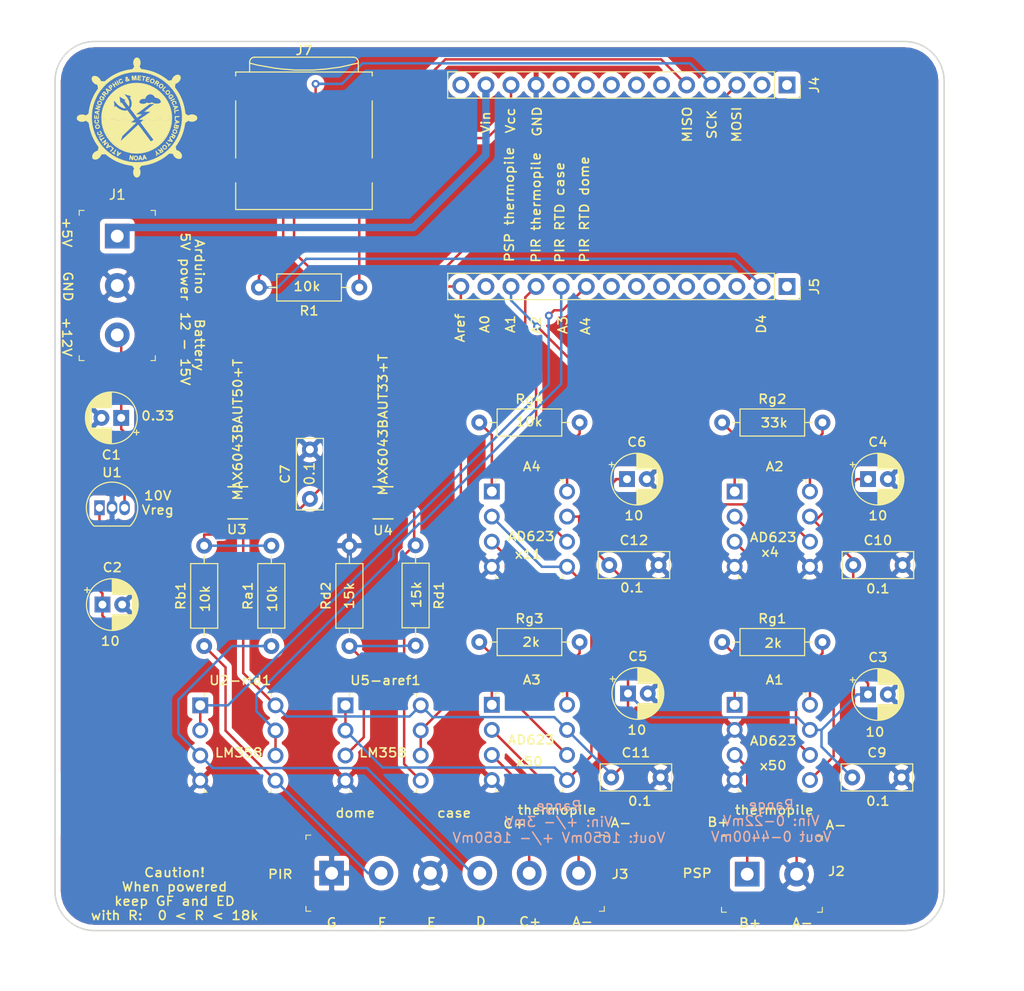
<source format=kicad_pcb>
(kicad_pcb (version 20171130) (host pcbnew "(5.1.7)-1")
  (layers (0 F.Cu signal) (31 B.Cu signal) (34 B.Paste user) (35 F.Paste user) (36 B.SilkS user) (37 F.SilkS user) (38 B.Mask user) (39 F.Mask user) (44 Edge.Cuts user))
  (net 0 "")
  (net 1 "Net-(A1-Pad8)")
  (net 2 Vcc)
  (net 3 "Net-(A1-Pad6)")
  (net 4 "Net-(A1-Pad5)")
  (net 5 GND)
  (net 6 "Net-(A1-Pad3)")
  (net 7 "Net-(A1-Pad1)")
  (net 8 "Net-(A2-Pad1)")
  (net 9 "Net-(A2-Pad6)")
  (net 10 "Net-(A2-Pad8)")
  (net 11 "Net-(A3-Pad1)")
  (net 12 "Net-(A3-Pad2)")
  (net 13 "Net-(A3-Pad3)")
  (net 14 "Net-(A3-Pad5)")
  (net 15 "Net-(A3-Pad6)")
  (net 16 "Net-(A3-Pad8)")
  (net 17 "Net-(A4-Pad8)")
  (net 18 "Net-(A4-Pad6)")
  (net 19 "Net-(A4-Pad1)")
  (net 20 +12V)
  (net 21 "Net-(J4-Pad14)")
  (net 22 "Net-(J4-Pad12)")
  (net 23 "Net-(J4-Pad10)")
  (net 24 "Net-(J4-Pad9)")
  (net 25 "Net-(J4-Pad8)")
  (net 26 "Net-(J4-Pad7)")
  (net 27 "Net-(J4-Pad6)")
  (net 28 "Net-(J4-Pad5)")
  (net 29 "Net-(J4-Pad4)")
  (net 30 "Net-(J4-Pad3)")
  (net 31 "Net-(J4-Pad2)")
  (net 32 "Net-(J4-Pad1)")
  (net 33 "Net-(J5-Pad1)")
  (net 34 "Net-(J5-Pad2)")
  (net 35 "Net-(J5-Pad3)")
  (net 36 "Net-(J5-Pad4)")
  (net 37 "Net-(J5-Pad5)")
  (net 38 "Net-(J5-Pad6)")
  (net 39 "Net-(J5-Pad7)")
  (net 40 "Net-(J5-Pad8)")
  (net 41 "Net-(J5-Pad13)")
  (net 42 "Net-(Ra1-Pad2)")
  (net 43 "Net-(U3-Pad3)")
  (net 44 "Net-(U3-Pad1)")
  (net 45 "Net-(J3-Pad2)")
  (net 46 "Net-(J3-Pad4)")
  (net 47 "Net-(J5-Pad9)")
  (net 48 "Net-(J5-Pad10)")
  (net 49 "Net-(J5-Pad14)")
  (net 50 "Net-(Rd1-Pad1)")
  (net 51 "Net-(Rd1-Pad2)")
  (net 52 "Net-(U4-Pad3)")
  (net 53 "Net-(U4-Pad1)")
  (net 54 "Net-(J7-Pad8)")
  (net 55 "Net-(J7-Pad1)")
  (net 56 +5V)
  (module 00_Mylib:noaa_logo (layer F.Cu) (at -16.1 -219.7)
    (fp_text reference G*** hide)
    (fp_text value LOGO hide)
  )
  (module 00_Mylib:aoml-logo-small (layer F.Cu) (at -53 -262.6)
    (fp_text reference G*** hide)
    (fp_text value LOGO hide)
  )
  (module Connector_Card:microSD_HC_Wuerth_693072010801 (layer F.Cu) (at -36.1 -261.4)
    (fp_text reference J7 (at 0 -7.99) (layer F.SilkS) (effects (font (size 0.9 1) (thickness 0.16))))
    (fp_text value Micro_SD_Card)
    (pad 9 smd rect (at 6.875 -4.15) (size 1.45 2) (layers F.Cu F.Paste F.Mask) (net 5 GND))
    (pad 9 smd rect (at -6.875 -4.15) (size 1.45 2) (layers F.Cu F.Paste F.Mask) (net 5 GND))
    (pad 9 smd rect (at -6.875 4.15) (size 1.45 2) (layers F.Cu F.Paste F.Mask) (net 5 GND))
    (pad 9 smd rect (at 6.875 4.15) (size 1.45 2) (layers F.Cu F.Paste F.Mask) (net 5 GND))
    (pad 8 smd rect (at 4.5 -1.55) (size 0.8 1.5) (layers F.Cu F.Paste F.Mask) (net 54 "Net-(J7-Pad8)"))
    (pad 7 smd rect (at 3.4 -1.55) (size 0.8 1.5) (layers F.Cu F.Paste F.Mask) (net 28 "Net-(J4-Pad5)"))
    (pad 6 smd rect (at 2.3 -1.55) (size 0.8 1.5) (layers F.Cu F.Paste F.Mask) (net 5 GND))
    (pad 5 smd rect (at 1.2 -1.55) (size 0.8 1.5) (layers F.Cu F.Paste F.Mask) (net 29 "Net-(J4-Pad4)"))
    (pad 4 smd rect (at 0.1 -1.55) (size 0.8 1.5) (layers F.Cu F.Paste F.Mask) (net 22 "Net-(J4-Pad12)"))
    (pad 3 smd rect (at -1 -1.55) (size 0.8 1.5) (layers F.Cu F.Paste F.Mask) (net 30 "Net-(J4-Pad3)"))
    (pad 2 smd rect (at -2.1 -1.55) (size 0.8 1.5) (layers F.Cu F.Paste F.Mask) (net 34 "Net-(J5-Pad2)"))
    (pad 1 smd rect (at -3.2 -1.55) (size 0.8 1.5) (layers F.Cu F.Paste F.Mask) (net 55 "Net-(J7-Pad1)"))
  )
  (module digikey-footprints:Term_Block_1x2_P5mm (layer F.Cu) (at 8.77 -186.01)
    (fp_text reference J2 (at 9.03 -0.29) (layer F.SilkS) (effects (font (size 0.9 1) (thickness 0.16))))
    (fp_text value SWR)
    (pad 1 thru_hole rect (at 0 0) (size 2.5 2.5) (drill 1.3) (layers *.Cu *.Mask) (net 6 "Net-(A1-Pad3)"))
    (pad 2 thru_hole circle (at 5 0) (size 2.5 2.5) (drill 1.3) (layers *.Cu *.Mask) (net 5 GND))
  )
  (module digikey-footprints:DIP-8_W7.62mm (layer F.Cu) (at -17.085 -224.745)
    (fp_text reference A4 (at 4.05 -2.52) (layer F.SilkS) (effects (font (size 0.9 1) (thickness 0.16))))
    (fp_text value AD623)
    (pad 8 thru_hole circle (at 7.62 0) (size 1.6 1.6) (drill 1) (layers *.Cu *.Mask) (net 17 "Net-(A4-Pad8)"))
    (pad 7 thru_hole circle (at 7.62 2.54) (size 1.6 1.6) (drill 1) (layers *.Cu *.Mask) (net 2 Vcc))
    (pad 6 thru_hole circle (at 7.62 5.08) (size 1.6 1.6) (drill 1) (layers *.Cu *.Mask) (net 18 "Net-(A4-Pad6)"))
    (pad 5 thru_hole circle (at 7.62 7.62) (size 1.6 1.6) (drill 1) (layers *.Cu *.Mask) (net 14 "Net-(A3-Pad5)"))
    (pad 4 thru_hole circle (at 0 7.62) (size 1.6 1.6) (drill 1) (layers *.Cu *.Mask) (net 5 GND))
    (pad 3 thru_hole circle (at 0 5.08) (size 1.6 1.6) (drill 1) (layers *.Cu *.Mask) (net 15 "Net-(A3-Pad6)"))
    (pad 2 thru_hole circle (at 0 2.54) (size 1.6 1.6) (drill 1) (layers *.Cu *.Mask) (net 14 "Net-(A3-Pad5)"))
    (pad 1 thru_hole rect (at 0 0) (size 1.6 1.6) (drill 1) (layers *.Cu *.Mask) (net 19 "Net-(A4-Pad1)"))
  )
  (module Package_TO_SOT_THT:TO-92_Inline (layer F.Cu) (at -56.8 -223.1)
    (fp_text reference U1 (at 1.27 -3.56) (layer F.SilkS) (effects (font (size 0.9 1) (thickness 0.16))))
    (fp_text value L78L10_TO92)
    (pad 2 thru_hole oval (at 1.27 0) (size 1.05 1.5) (drill 0.75) (layers *.Cu *.Mask) (net 5 GND))
    (pad 3 thru_hole oval (at 2.54 0) (size 1.05 1.5) (drill 0.75) (layers *.Cu *.Mask) (net 20 +12V))
    (pad 1 thru_hole rect (at 0 0) (size 1.05 1.5) (drill 0.75) (layers *.Cu *.Mask) (net 2 Vcc))
  )
  (module 00_Mylib:MAX6043AAUT33-G16 (layer F.Cu) (at -42.8 -223.6)
    (fp_text reference U3 (at -0.1 2.7) (layer F.SilkS) (effects (font (size 0.9 1) (thickness 0.16))))
    (fp_text value MAX6043BAUT50+T (at 0 -7.4 90) (layer F.SilkS) (effects (font (size 0.9 1) (thickness 0.16))))
    (pad 6 smd rect (at 1.36525 -0.950001) (size 0.9779 0.5588) (layers F.Cu F.Paste F.Mask) (net 42 "Net-(Ra1-Pad2)"))
    (pad 5 smd rect (at 1.36525 0) (size 0.9779 0.5588) (layers F.Cu F.Paste F.Mask) (net 42 "Net-(Ra1-Pad2)"))
    (pad 4 smd rect (at 1.36525 0.950001) (size 0.9779 0.5588) (layers F.Cu F.Paste F.Mask) (net 2 Vcc))
    (pad 3 smd rect (at -1.36525 0.950001) (size 0.9779 0.5588) (layers F.Cu F.Paste F.Mask) (net 43 "Net-(U3-Pad3)"))
    (pad 2 smd rect (at -1.36525 0) (size 0.9779 0.5588) (layers F.Cu F.Paste F.Mask) (net 5 GND))
    (pad 1 smd rect (at -1.36525 -0.950001) (size 0.9779 0.5588) (layers F.Cu F.Paste F.Mask) (net 44 "Net-(U3-Pad1)"))
  )
  (module Connector_PinSocket_2.54mm:PinSocket_1x14_P2.54mm_Vertical (layer F.Cu) (at 12.8 -265.9 270)
    (fp_text reference J4 (at 0 -2.77 90) (layer F.SilkS) (effects (font (size 0.9 1) (thickness 0.16))))
    (fp_text value "Arduino right socket")
    (pad 14 thru_hole oval (at 0 33.02 270) (size 1.7 1.7) (drill 1) (layers *.Cu *.Mask) (net 21 "Net-(J4-Pad14)"))
    (pad 13 thru_hole oval (at 0 30.48 270) (size 1.7 1.7) (drill 1) (layers *.Cu *.Mask) (net 56 +5V))
    (pad 12 thru_hole oval (at 0 27.94 270) (size 1.7 1.7) (drill 1) (layers *.Cu *.Mask) (net 22 "Net-(J4-Pad12)"))
    (pad 11 thru_hole oval (at 0 25.4 270) (size 1.7 1.7) (drill 1) (layers *.Cu *.Mask) (net 5 GND))
    (pad 10 thru_hole oval (at 0 22.86 270) (size 1.7 1.7) (drill 1) (layers *.Cu *.Mask) (net 23 "Net-(J4-Pad10)"))
    (pad 9 thru_hole oval (at 0 20.32 270) (size 1.7 1.7) (drill 1) (layers *.Cu *.Mask) (net 24 "Net-(J4-Pad9)"))
    (pad 8 thru_hole oval (at 0 17.78 270) (size 1.7 1.7) (drill 1) (layers *.Cu *.Mask) (net 25 "Net-(J4-Pad8)"))
    (pad 7 thru_hole oval (at 0 15.24 270) (size 1.7 1.7) (drill 1) (layers *.Cu *.Mask) (net 26 "Net-(J4-Pad7)"))
    (pad 6 thru_hole oval (at 0 12.7 270) (size 1.7 1.7) (drill 1) (layers *.Cu *.Mask) (net 27 "Net-(J4-Pad6)"))
    (pad 5 thru_hole oval (at 0 10.16 270) (size 1.7 1.7) (drill 1) (layers *.Cu *.Mask) (net 28 "Net-(J4-Pad5)"))
    (pad 4 thru_hole oval (at 0 7.62 270) (size 1.7 1.7) (drill 1) (layers *.Cu *.Mask) (net 29 "Net-(J4-Pad4)"))
    (pad 3 thru_hole oval (at 0 5.08 270) (size 1.7 1.7) (drill 1) (layers *.Cu *.Mask) (net 30 "Net-(J4-Pad3)"))
    (pad 2 thru_hole oval (at 0 2.54 270) (size 1.7 1.7) (drill 1) (layers *.Cu *.Mask) (net 31 "Net-(J4-Pad2)"))
    (pad 1 thru_hole rect (at 0 0 270) (size 1.7 1.7) (drill 1) (layers *.Cu *.Mask) (net 32 "Net-(J4-Pad1)"))
  )
  (module digikey-footprints:Term_Block_1x6_P5mm (layer F.Cu) (at -33.3 -186.11)
    (fp_text reference J3 (at 29.2 0.11) (layer F.SilkS) (effects (font (size 0.9 1) (thickness 0.16))))
    (fp_text value LWR)
    (pad 1 thru_hole rect (at 0 0) (size 2.5 2.5) (drill 1.3) (layers *.Cu *.Mask) (net 5 GND))
    (pad 2 thru_hole circle (at 5 0) (size 2.5 2.5) (drill 1.3) (layers *.Cu *.Mask) (net 45 "Net-(J3-Pad2)"))
    (pad 3 thru_hole circle (at 10 0) (size 2.5 2.5) (drill 1.3) (layers *.Cu *.Mask) (net 5 GND))
    (pad 4 thru_hole circle (at 15 0) (size 2.5 2.5) (drill 1.3) (layers *.Cu *.Mask) (net 46 "Net-(J3-Pad4)"))
    (pad 5 thru_hole circle (at 20 0) (size 2.5 2.5) (drill 1.3) (layers *.Cu *.Mask) (net 13 "Net-(A3-Pad3)"))
    (pad 6 thru_hole circle (at 25 0) (size 2.5 2.5) (drill 1.3) (layers *.Cu *.Mask) (net 12 "Net-(A3-Pad2)"))
  )
  (module digikey-footprints:DIP-8_W7.62mm (layer F.Cu) (at -17.085 -203.155)
    (fp_text reference A3 (at 4.05 -2.52) (layer F.SilkS) (effects (font (size 0.9 1) (thickness 0.16))))
    (fp_text value AD623)
    (pad 1 thru_hole rect (at 0 0) (size 1.6 1.6) (drill 1) (layers *.Cu *.Mask) (net 11 "Net-(A3-Pad1)"))
    (pad 2 thru_hole circle (at 0 2.54) (size 1.6 1.6) (drill 1) (layers *.Cu *.Mask) (net 12 "Net-(A3-Pad2)"))
    (pad 3 thru_hole circle (at 0 5.08) (size 1.6 1.6) (drill 1) (layers *.Cu *.Mask) (net 13 "Net-(A3-Pad3)"))
    (pad 4 thru_hole circle (at 0 7.62) (size 1.6 1.6) (drill 1) (layers *.Cu *.Mask) (net 5 GND))
    (pad 5 thru_hole circle (at 7.62 7.62) (size 1.6 1.6) (drill 1) (layers *.Cu *.Mask) (net 14 "Net-(A3-Pad5)"))
    (pad 6 thru_hole circle (at 7.62 5.08) (size 1.6 1.6) (drill 1) (layers *.Cu *.Mask) (net 15 "Net-(A3-Pad6)"))
    (pad 7 thru_hole circle (at 7.62 2.54) (size 1.6 1.6) (drill 1) (layers *.Cu *.Mask) (net 2 Vcc))
    (pad 8 thru_hole circle (at 7.62 0) (size 1.6 1.6) (drill 1) (layers *.Cu *.Mask) (net 16 "Net-(A3-Pad8)"))
  )
  (module digikey-footprints:DIP-8_W7.62mm (layer F.Cu) (at 7.5 -203.155)
    (fp_text reference A1 (at 4.05 -2.52) (layer F.SilkS) (effects (font (size 0.9 1) (thickness 0.16))))
    (fp_text value AD623)
    (pad 8 thru_hole circle (at 7.62 0) (size 1.6 1.6) (drill 1) (layers *.Cu *.Mask) (net 1 "Net-(A1-Pad8)"))
    (pad 7 thru_hole circle (at 7.62 2.54) (size 1.6 1.6) (drill 1) (layers *.Cu *.Mask) (net 2 Vcc))
    (pad 6 thru_hole circle (at 7.62 5.08) (size 1.6 1.6) (drill 1) (layers *.Cu *.Mask) (net 3 "Net-(A1-Pad6)"))
    (pad 5 thru_hole circle (at 7.62 7.62) (size 1.6 1.6) (drill 1) (layers *.Cu *.Mask) (net 4 "Net-(A1-Pad5)"))
    (pad 4 thru_hole circle (at 0 7.62) (size 1.6 1.6) (drill 1) (layers *.Cu *.Mask) (net 5 GND))
    (pad 3 thru_hole circle (at 0 5.08) (size 1.6 1.6) (drill 1) (layers *.Cu *.Mask) (net 6 "Net-(A1-Pad3)"))
    (pad 2 thru_hole circle (at 0 2.54) (size 1.6 1.6) (drill 1) (layers *.Cu *.Mask) (net 5 GND))
    (pad 1 thru_hole rect (at 0 0) (size 1.6 1.6) (drill 1) (layers *.Cu *.Mask) (net 7 "Net-(A1-Pad1)"))
  )
  (module digikey-footprints:DIP-8_W7.62mm (layer F.Cu) (at 7.5 -224.745)
    (fp_text reference A2 (at 4.05 -2.52) (layer F.SilkS) (effects (font (size 0.9 1) (thickness 0.16))))
    (fp_text value AD623)
    (pad 1 thru_hole rect (at 0 0) (size 1.6 1.6) (drill 1) (layers *.Cu *.Mask) (net 8 "Net-(A2-Pad1)"))
    (pad 2 thru_hole circle (at 0 2.54) (size 1.6 1.6) (drill 1) (layers *.Cu *.Mask) (net 4 "Net-(A1-Pad5)"))
    (pad 3 thru_hole circle (at 0 5.08) (size 1.6 1.6) (drill 1) (layers *.Cu *.Mask) (net 3 "Net-(A1-Pad6)"))
    (pad 4 thru_hole circle (at 0 7.62) (size 1.6 1.6) (drill 1) (layers *.Cu *.Mask) (net 5 GND))
    (pad 5 thru_hole circle (at 7.62 7.62) (size 1.6 1.6) (drill 1) (layers *.Cu *.Mask) (net 5 GND))
    (pad 6 thru_hole circle (at 7.62 5.08) (size 1.6 1.6) (drill 1) (layers *.Cu *.Mask) (net 9 "Net-(A2-Pad6)"))
    (pad 7 thru_hole circle (at 7.62 2.54) (size 1.6 1.6) (drill 1) (layers *.Cu *.Mask) (net 2 Vcc))
    (pad 8 thru_hole circle (at 7.62 0) (size 1.6 1.6) (drill 1) (layers *.Cu *.Mask) (net 10 "Net-(A2-Pad8)"))
  )
  (module Capacitor_THT:CP_Radial_D5.0mm_P2.00mm (layer F.Cu) (at -54.6 -232.2 180)
    (fp_text reference C1 (at 1 -3.75) (layer F.SilkS) (effects (font (size 0.9 1) (thickness 0.16))))
    (fp_text value 0.33uF)
    (pad 2 thru_hole circle (at 2 0 180) (size 1.6 1.6) (drill 0.8) (layers *.Cu *.Mask) (net 5 GND))
    (pad 1 thru_hole rect (at 0 0 180) (size 1.6 1.6) (drill 0.8) (layers *.Cu *.Mask) (net 20 +12V))
  )
  (module Capacitor_THT:CP_Radial_D5.0mm_P2.00mm (layer F.Cu) (at -56.5 -213.3)
    (fp_text reference C2 (at 1 -3.75) (layer F.SilkS) (effects (font (size 0.9 1) (thickness 0.16))))
    (fp_text value 10uF)
    (pad 1 thru_hole rect (at 0 0) (size 1.6 1.6) (drill 0.8) (layers *.Cu *.Mask) (net 2 Vcc))
    (pad 2 thru_hole circle (at 2 0) (size 1.6 1.6) (drill 0.8) (layers *.Cu *.Mask) (net 5 GND))
  )
  (module Capacitor_THT:CP_Radial_D5.0mm_P2.00mm (layer F.Cu) (at 21 -204.2)
    (fp_text reference C3 (at 1 -3.75) (layer F.SilkS) (effects (font (size 0.9 1) (thickness 0.16))))
    (fp_text value 10uF)
    (pad 1 thru_hole rect (at 0 0) (size 1.6 1.6) (drill 0.8) (layers *.Cu *.Mask) (net 2 Vcc))
    (pad 2 thru_hole circle (at 2 0) (size 1.6 1.6) (drill 0.8) (layers *.Cu *.Mask) (net 5 GND))
  )
  (module Capacitor_THT:CP_Radial_D5.0mm_P2.00mm (layer F.Cu) (at 21 -226)
    (fp_text reference C4 (at 1 -3.75) (layer F.SilkS) (effects (font (size 0.9 1) (thickness 0.16))))
    (fp_text value 10uF)
    (pad 2 thru_hole circle (at 2 0) (size 1.6 1.6) (drill 0.8) (layers *.Cu *.Mask) (net 5 GND))
    (pad 1 thru_hole rect (at 0 0) (size 1.6 1.6) (drill 0.8) (layers *.Cu *.Mask) (net 2 Vcc))
  )
  (module Capacitor_THT:CP_Radial_D5.0mm_P2.00mm (layer F.Cu) (at -3.3 -204.3)
    (fp_text reference C5 (at 1 -3.75) (layer F.SilkS) (effects (font (size 0.9 1) (thickness 0.16))))
    (fp_text value 10uF)
    (pad 1 thru_hole rect (at 0 0) (size 1.6 1.6) (drill 0.8) (layers *.Cu *.Mask) (net 2 Vcc))
    (pad 2 thru_hole circle (at 2 0) (size 1.6 1.6) (drill 0.8) (layers *.Cu *.Mask) (net 5 GND))
  )
  (module Capacitor_THT:CP_Radial_D5.0mm_P2.00mm (layer F.Cu) (at -3.4 -226)
    (fp_text reference C6 (at 1 -3.75) (layer F.SilkS) (effects (font (size 0.9 1) (thickness 0.16))))
    (fp_text value 10uF)
    (pad 2 thru_hole circle (at 2 0) (size 1.6 1.6) (drill 0.8) (layers *.Cu *.Mask) (net 5 GND))
    (pad 1 thru_hole rect (at 0 0) (size 1.6 1.6) (drill 0.8) (layers *.Cu *.Mask) (net 2 Vcc))
  )
  (module Capacitor_THT:C_Rect_L7.0mm_W2.5mm_P5.00mm (layer F.Cu) (at -35.5 -224 90)
    (fp_text reference C7 (at 2.5 -2.5 90) (layer F.SilkS) (effects (font (size 0.9 1) (thickness 0.16))))
    (fp_text value 0.1uF)
    (pad 1 thru_hole circle (at 0 0 90) (size 1.6 1.6) (drill 0.8) (layers *.Cu *.Mask) (net 2 Vcc))
    (pad 2 thru_hole circle (at 5 0 90) (size 1.6 1.6) (drill 0.8) (layers *.Cu *.Mask) (net 5 GND))
  )
  (module Capacitor_THT:C_Rect_L7.0mm_W2.5mm_P5.00mm (layer F.Cu) (at 19.4 -195.8)
    (fp_text reference C9 (at 2.5 -2.5) (layer F.SilkS) (effects (font (size 0.9 1) (thickness 0.16))))
    (fp_text value 0.1uF)
    (pad 1 thru_hole circle (at 0 0) (size 1.6 1.6) (drill 0.8) (layers *.Cu *.Mask) (net 2 Vcc))
    (pad 2 thru_hole circle (at 5 0) (size 1.6 1.6) (drill 0.8) (layers *.Cu *.Mask) (net 5 GND))
  )
  (module Capacitor_THT:C_Rect_L7.0mm_W2.5mm_P5.00mm (layer F.Cu) (at 19.5 -217.3)
    (fp_text reference C10 (at 2.5 -2.5) (layer F.SilkS) (effects (font (size 0.9 1) (thickness 0.16))))
    (fp_text value 0.1uF)
    (pad 2 thru_hole circle (at 5 0) (size 1.6 1.6) (drill 0.8) (layers *.Cu *.Mask) (net 5 GND))
    (pad 1 thru_hole circle (at 0 0) (size 1.6 1.6) (drill 0.8) (layers *.Cu *.Mask) (net 2 Vcc))
  )
  (module Capacitor_THT:C_Rect_L7.0mm_W2.5mm_P5.00mm (layer F.Cu) (at -5 -195.8)
    (fp_text reference C11 (at 2.5 -2.5) (layer F.SilkS) (effects (font (size 0.9 1) (thickness 0.16))))
    (fp_text value 0.1uF)
    (pad 1 thru_hole circle (at 0 0) (size 1.6 1.6) (drill 0.8) (layers *.Cu *.Mask) (net 2 Vcc))
    (pad 2 thru_hole circle (at 5 0) (size 1.6 1.6) (drill 0.8) (layers *.Cu *.Mask) (net 5 GND))
  )
  (module Capacitor_THT:C_Rect_L7.0mm_W2.5mm_P5.00mm (layer F.Cu) (at -5.2 -217.3)
    (fp_text reference C12 (at 2.5 -2.5) (layer F.SilkS) (effects (font (size 0.9 1) (thickness 0.16))))
    (fp_text value 0.1uF)
    (pad 2 thru_hole circle (at 5 0) (size 1.6 1.6) (drill 0.8) (layers *.Cu *.Mask) (net 5 GND))
    (pad 1 thru_hole circle (at 0 0) (size 1.6 1.6) (drill 0.8) (layers *.Cu *.Mask) (net 2 Vcc))
  )
  (module Connector_PinSocket_2.54mm:PinSocket_1x14_P2.54mm_Vertical (layer F.Cu) (at 12.8 -245.5 270)
    (fp_text reference J5 (at 0 -2.77 90) (layer F.SilkS) (effects (font (size 0.9 1) (thickness 0.16))))
    (fp_text value "Arduino analog side")
    (pad 1 thru_hole rect (at 0 0 270) (size 1.7 1.7) (drill 1) (layers *.Cu *.Mask) (net 33 "Net-(J5-Pad1)"))
    (pad 2 thru_hole oval (at 0 2.54 270) (size 1.7 1.7) (drill 1) (layers *.Cu *.Mask) (net 34 "Net-(J5-Pad2)"))
    (pad 3 thru_hole oval (at 0 5.08 270) (size 1.7 1.7) (drill 1) (layers *.Cu *.Mask) (net 35 "Net-(J5-Pad3)"))
    (pad 4 thru_hole oval (at 0 7.62 270) (size 1.7 1.7) (drill 1) (layers *.Cu *.Mask) (net 36 "Net-(J5-Pad4)"))
    (pad 5 thru_hole oval (at 0 10.16 270) (size 1.7 1.7) (drill 1) (layers *.Cu *.Mask) (net 37 "Net-(J5-Pad5)"))
    (pad 6 thru_hole oval (at 0 12.7 270) (size 1.7 1.7) (drill 1) (layers *.Cu *.Mask) (net 38 "Net-(J5-Pad6)"))
    (pad 7 thru_hole oval (at 0 15.24 270) (size 1.7 1.7) (drill 1) (layers *.Cu *.Mask) (net 39 "Net-(J5-Pad7)"))
    (pad 8 thru_hole oval (at 0 17.78 270) (size 1.7 1.7) (drill 1) (layers *.Cu *.Mask) (net 40 "Net-(J5-Pad8)"))
    (pad 9 thru_hole oval (at 0 20.32 270) (size 1.7 1.7) (drill 1) (layers *.Cu *.Mask) (net 47 "Net-(J5-Pad9)"))
    (pad 10 thru_hole oval (at 0 22.86 270) (size 1.7 1.7) (drill 1) (layers *.Cu *.Mask) (net 48 "Net-(J5-Pad10)"))
    (pad 11 thru_hole oval (at 0 25.4 270) (size 1.7 1.7) (drill 1) (layers *.Cu *.Mask) (net 18 "Net-(A4-Pad6)"))
    (pad 12 thru_hole oval (at 0 27.94 270) (size 1.7 1.7) (drill 1) (layers *.Cu *.Mask) (net 9 "Net-(A2-Pad6)"))
    (pad 13 thru_hole oval (at 0 30.48 270) (size 1.7 1.7) (drill 1) (layers *.Cu *.Mask) (net 41 "Net-(J5-Pad13)"))
    (pad 14 thru_hole oval (at 0 33.02 270) (size 1.7 1.7) (drill 1) (layers *.Cu *.Mask) (net 49 "Net-(J5-Pad14)"))
  )
  (module Resistor_THT:R_Axial_DIN0207_L6.3mm_D2.5mm_P10.16mm_Horizontal (layer F.Cu) (at -39.4 -209.1 90)
    (fp_text reference Ra1 (at 5.08 -2.37 90) (layer F.SilkS) (effects (font (size 0.9 1) (thickness 0.16))))
    (fp_text value 10k)
    (pad 2 thru_hole oval (at 10.16 0 90) (size 1.6 1.6) (drill 0.8) (layers *.Cu *.Mask) (net 42 "Net-(Ra1-Pad2)"))
    (pad 1 thru_hole circle (at 0 0 90) (size 1.6 1.6) (drill 0.8) (layers *.Cu *.Mask) (net 46 "Net-(J3-Pad4)"))
  )
  (module Resistor_THT:R_Axial_DIN0207_L6.3mm_D2.5mm_P10.16mm_Horizontal (layer F.Cu) (at -46.2 -209.1 90)
    (fp_text reference Rb1 (at 5.08 -2.37 90) (layer F.SilkS) (effects (font (size 0.9 1) (thickness 0.16))))
    (fp_text value 10k)
    (pad 1 thru_hole circle (at 0 0 90) (size 1.6 1.6) (drill 0.8) (layers *.Cu *.Mask) (net 45 "Net-(J3-Pad2)"))
    (pad 2 thru_hole oval (at 10.16 0 90) (size 1.6 1.6) (drill 0.8) (layers *.Cu *.Mask) (net 42 "Net-(Ra1-Pad2)"))
  )
  (module Resistor_THT:R_Axial_DIN0207_L6.3mm_D2.5mm_P10.16mm_Horizontal (layer F.Cu) (at -24.8 -219.3 270)
    (fp_text reference Rd1 (at 5.08 -2.37 90) (layer F.SilkS) (effects (font (size 0.9 1) (thickness 0.16))))
    (fp_text value 15k)
    (pad 1 thru_hole circle (at 0 0 270) (size 1.6 1.6) (drill 0.8) (layers *.Cu *.Mask) (net 50 "Net-(Rd1-Pad1)"))
    (pad 2 thru_hole oval (at 10.16 0 270) (size 1.6 1.6) (drill 0.8) (layers *.Cu *.Mask) (net 51 "Net-(Rd1-Pad2)"))
  )
  (module Resistor_THT:R_Axial_DIN0207_L6.3mm_D2.5mm_P10.16mm_Horizontal (layer F.Cu) (at -31.5 -209.1 90)
    (fp_text reference Rd2 (at 5.08 -2.37 90) (layer F.SilkS) (effects (font (size 0.9 1) (thickness 0.16))))
    (fp_text value 15k)
    (pad 2 thru_hole oval (at 10.16 0 90) (size 1.6 1.6) (drill 0.8) (layers *.Cu *.Mask) (net 5 GND))
    (pad 1 thru_hole circle (at 0 0 90) (size 1.6 1.6) (drill 0.8) (layers *.Cu *.Mask) (net 51 "Net-(Rd1-Pad2)"))
  )
  (module Resistor_THT:R_Axial_DIN0207_L6.3mm_D2.5mm_P10.16mm_Horizontal (layer F.Cu) (at 6.23 -209.505)
    (fp_text reference Rg1 (at 5.08 -2.37) (layer F.SilkS) (effects (font (size 0.9 1) (thickness 0.16))))
    (fp_text value 2k)
    (pad 1 thru_hole circle (at 0 0) (size 1.6 1.6) (drill 0.8) (layers *.Cu *.Mask) (net 7 "Net-(A1-Pad1)"))
    (pad 2 thru_hole oval (at 10.16 0) (size 1.6 1.6) (drill 0.8) (layers *.Cu *.Mask) (net 1 "Net-(A1-Pad8)"))
  )
  (module Resistor_THT:R_Axial_DIN0207_L6.3mm_D2.5mm_P10.16mm_Horizontal (layer F.Cu) (at 6.23 -231.73)
    (fp_text reference Rg2 (at 5.08 -2.37) (layer F.SilkS) (effects (font (size 0.9 1) (thickness 0.16))))
    (fp_text value 33k)
    (pad 1 thru_hole circle (at 0 0) (size 1.6 1.6) (drill 0.8) (layers *.Cu *.Mask) (net 8 "Net-(A2-Pad1)"))
    (pad 2 thru_hole oval (at 10.16 0) (size 1.6 1.6) (drill 0.8) (layers *.Cu *.Mask) (net 10 "Net-(A2-Pad8)"))
  )
  (module Resistor_THT:R_Axial_DIN0207_L6.3mm_D2.5mm_P10.16mm_Horizontal (layer F.Cu) (at -18.355 -209.505)
    (fp_text reference Rg3 (at 5.08 -2.37) (layer F.SilkS) (effects (font (size 0.9 1) (thickness 0.16))))
    (fp_text value 2k)
    (pad 2 thru_hole oval (at 10.16 0) (size 1.6 1.6) (drill 0.8) (layers *.Cu *.Mask) (net 16 "Net-(A3-Pad8)"))
    (pad 1 thru_hole circle (at 0 0) (size 1.6 1.6) (drill 0.8) (layers *.Cu *.Mask) (net 11 "Net-(A3-Pad1)"))
  )
  (module Resistor_THT:R_Axial_DIN0207_L6.3mm_D2.5mm_P10.16mm_Horizontal (layer F.Cu) (at -18.355 -231.73)
    (fp_text reference Rg4 (at 5.08 -2.37) (layer F.SilkS) (effects (font (size 0.9 1) (thickness 0.16))))
    (fp_text value 10k)
    (pad 2 thru_hole oval (at 10.16 0) (size 1.6 1.6) (drill 0.8) (layers *.Cu *.Mask) (net 17 "Net-(A4-Pad8)"))
    (pad 1 thru_hole circle (at 0 0) (size 1.6 1.6) (drill 0.8) (layers *.Cu *.Mask) (net 19 "Net-(A4-Pad1)"))
  )
  (module 00_Mylib:MAX6043AAUT33-G16 (layer F.Cu) (at -28.1 -223.6)
    (fp_text reference U4 (at 0 2.8) (layer F.SilkS) (effects (font (size 0.9 1) (thickness 0.16))))
    (fp_text value MAX6043BAUT33+T (at 0 -7.9 90) (layer F.SilkS) (effects (font (size 0.9 1) (thickness 0.16))))
    (pad 6 smd rect (at 1.36525 -0.950001) (size 0.9779 0.5588) (layers F.Cu F.Paste F.Mask) (net 50 "Net-(Rd1-Pad1)"))
    (pad 5 smd rect (at 1.36525 0) (size 0.9779 0.5588) (layers F.Cu F.Paste F.Mask) (net 50 "Net-(Rd1-Pad1)"))
    (pad 4 smd rect (at 1.36525 0.950001) (size 0.9779 0.5588) (layers F.Cu F.Paste F.Mask) (net 2 Vcc))
    (pad 3 smd rect (at -1.36525 0.950001) (size 0.9779 0.5588) (layers F.Cu F.Paste F.Mask) (net 52 "Net-(U4-Pad3)"))
    (pad 2 smd rect (at -1.36525 0) (size 0.9779 0.5588) (layers F.Cu F.Paste F.Mask) (net 5 GND))
    (pad 1 smd rect (at -1.36525 -0.950001) (size 0.9779 0.5588) (layers F.Cu F.Paste F.Mask) (net 53 "Net-(U4-Pad1)"))
  )
  (module digikey-footprints:DIP-8_W7.62mm (layer F.Cu) (at -46.6 -203.1)
    (fp_text reference U2-rtd1 (at 4.05 -2.52) (layer F.SilkS) (effects (font (size 0.9 1) (thickness 0.16))))
    (fp_text value LM358P)
    (pad 8 thru_hole circle (at 7.62 0) (size 1.6 1.6) (drill 1) (layers *.Cu *.Mask) (net 2 Vcc))
    (pad 7 thru_hole circle (at 7.62 2.54) (size 1.6 1.6) (drill 1) (layers *.Cu *.Mask) (net 48 "Net-(J5-Pad10)"))
    (pad 6 thru_hole circle (at 7.62 5.08) (size 1.6 1.6) (drill 1) (layers *.Cu *.Mask) (net 48 "Net-(J5-Pad10)"))
    (pad 5 thru_hole circle (at 7.62 7.62) (size 1.6 1.6) (drill 1) (layers *.Cu *.Mask) (net 45 "Net-(J3-Pad2)"))
    (pad 4 thru_hole circle (at 0 7.62) (size 1.6 1.6) (drill 1) (layers *.Cu *.Mask) (net 5 GND))
    (pad 3 thru_hole circle (at 0 5.08) (size 1.6 1.6) (drill 1) (layers *.Cu *.Mask) (net 46 "Net-(J3-Pad4)"))
    (pad 2 thru_hole circle (at 0 2.54) (size 1.6 1.6) (drill 1) (layers *.Cu *.Mask) (net 47 "Net-(J5-Pad9)"))
    (pad 1 thru_hole rect (at 0 0) (size 1.6 1.6) (drill 1) (layers *.Cu *.Mask) (net 47 "Net-(J5-Pad9)"))
  )
  (module digikey-footprints:DIP-8_W7.62mm (layer F.Cu) (at -31.9 -203.1)
    (fp_text reference U5-aref1 (at 4.05 -2.52) (layer F.SilkS) (effects (font (size 0.9 1) (thickness 0.16))))
    (fp_text value LM358P)
    (pad 1 thru_hole rect (at 0 0) (size 1.6 1.6) (drill 1) (layers *.Cu *.Mask) (net 14 "Net-(A3-Pad5)"))
    (pad 2 thru_hole circle (at 0 2.54) (size 1.6 1.6) (drill 1) (layers *.Cu *.Mask) (net 14 "Net-(A3-Pad5)"))
    (pad 3 thru_hole circle (at 0 5.08) (size 1.6 1.6) (drill 1) (layers *.Cu *.Mask) (net 51 "Net-(Rd1-Pad2)"))
    (pad 4 thru_hole circle (at 0 7.62) (size 1.6 1.6) (drill 1) (layers *.Cu *.Mask) (net 5 GND))
    (pad 5 thru_hole circle (at 7.62 7.62) (size 1.6 1.6) (drill 1) (layers *.Cu *.Mask) (net 50 "Net-(Rd1-Pad1)"))
    (pad 6 thru_hole circle (at 7.62 5.08) (size 1.6 1.6) (drill 1) (layers *.Cu *.Mask) (net 49 "Net-(J5-Pad14)"))
    (pad 7 thru_hole circle (at 7.62 2.54) (size 1.6 1.6) (drill 1) (layers *.Cu *.Mask) (net 49 "Net-(J5-Pad14)"))
    (pad 8 thru_hole circle (at 7.62 0) (size 1.6 1.6) (drill 1) (layers *.Cu *.Mask) (net 2 Vcc))
  )
  (module Resistor_THT:R_Axial_DIN0207_L6.3mm_D2.5mm_P10.16mm_Horizontal (layer F.Cu) (at -30.5 -245.4 180)
    (fp_text reference R1 (at 5.08 -2.37) (layer F.SilkS) (effects (font (size 0.9 1) (thickness 0.16))))
    (fp_text value 10k)
    (pad 1 thru_hole circle (at 0 0 180) (size 1.6 1.6) (drill 0.8) (layers *.Cu *.Mask) (net 22 "Net-(J4-Pad12)"))
    (pad 2 thru_hole oval (at 10.16 0 180) (size 1.6 1.6) (drill 0.8) (layers *.Cu *.Mask) (net 34 "Net-(J5-Pad2)"))
  )
  (module digikey-footprints:Term_Block_1x3_P5mm (layer F.Cu) (at -55 -250.6 270)
    (fp_text reference J1 (at -4.2 0) (layer F.SilkS))
    (fp_text value "Power 5V - 12 V")
    (pad 1 thru_hole rect (at 0 0 270) (size 2.5 2.5) (drill 1.3) (layers *.Cu *.Mask) (net 56 +5V))
    (pad 2 thru_hole circle (at 5 0 270) (size 2.5 2.5) (drill 1.3) (layers *.Cu *.Mask) (net 5 GND))
    (pad 3 thru_hole circle (at 10 0 270) (size 2.5 2.5) (drill 1.3) (layers *.Cu *.Mask) (net 20 +12V))
  )
  (gr_text "Caution!\nWhen powered\nkeep GF and ED\nwith R:  0 < R < 18k\n" (at -49.2 -184) (layer F.SilkS) (effects (font (size 0.9 1) (thickness 0.16))))
  (gr_text C+ (at -14.8 -191.1) (layer F.SilkS) (effects (font (size 0.9 1) (thickness 0.16))))
  (gr_text A- (at -4 -191.2) (layer F.SilkS) (effects (font (size 0.9 1) (thickness 0.16))))
  (gr_text B+ (at 5.86 -191.28) (layer F.SilkS) (effects (font (size 0.9 1) (thickness 0.16))))
  (gr_text A- (at 17.76 -190.98) (layer F.SilkS) (effects (font (size 0.9 1) (thickness 0.16))))
  (gr_text 0.1 (at -35.54 -226.56 90) (layer F.SilkS) (effects (font (size 1 1))))
  (gr_text "10V\nVreg" (at -50.9 -223.6) (layer F.SilkS) (effects (font (size 0.9 1) (thickness 0.16))))
  (gr_line (start 28.7 -266.3) (end 28.7 -184.3) (layer Edge.Cuts) (width 0.15))
  (gr_line (start -57.3 -270.3) (end 24.7 -270.3) (layer Edge.Cuts) (width 0.15))
  (gr_line (start -61.3 -184.3) (end -61.3 -266.3) (layer Edge.Cuts) (width 0.15))
  (gr_line (start 24.7 -180.3) (end -57.3 -180.3) (layer Edge.Cuts) (width 0.15))
  (gr_arc (start 24.7 -184.3) (end 24.7 -180.3) (angle -90) (layer Edge.Cuts) (width 0.15))
  (gr_arc (start -57.3 -184.3) (end -61.3 -184.3) (angle -90) (layer Edge.Cuts) (width 0.15))
  (gr_arc (start 24.7 -266.3) (end 28.7 -266.3) (angle -90) (layer Edge.Cuts) (width 0.15))
  (gr_arc (start -57.3 -266.3) (end -57.3 -270.3) (angle -90) (layer Edge.Cuts) (width 0.15))
  (gr_text 10k (at -35.8 -245.5) (layer F.SilkS) (effects (font (size 0.9 1) (thickness 0.16))))
  (gr_text "EPPLEY\nPIR-PSP \nRadiometer r3\n4-2021" (at -60 -193.2) (layer F.Cu) (effects (font (size 0.8 1) (thickness 0.1)) (justify left)))
  (gr_text "Range\nVin: 0-22mV\nVout 0-4400mV" (at 11.2 -191.4) (layer B.SilkS) (effects (font (size 1 1)) (justify mirror)))
  (gr_text "Range\nVin: +/- 3mV\nVout: 1650mV +/- 1650mV\n" (at -10.3 -191.3) (layer B.SilkS) (effects (font (size 1 1)) (justify mirror)))
  (gr_text x11 (at -13.4 -218.4) (layer F.SilkS) (effects (font (size 0.9 1) (thickness 0.16))))
  (gr_text x50 (at -13.3 -197.4) (layer F.SilkS) (effects (font (size 0.9 1) (thickness 0.16))))
  (gr_text x4 (at 11.1 -218.6) (layer F.SilkS) (effects (font (size 0.9 1) (thickness 0.16))))
  (gr_text x50 (at 11.4 -197) (layer F.SilkS) (effects (font (size 0.9 1) (thickness 0.16))))
  (gr_text 10 (at 22 -222.3) (layer F.SilkS) (effects (font (size 0.9 1) (thickness 0.16))))
  (gr_text 0.1 (at 22 -214.9) (layer F.SilkS) (effects (font (size 0.9 1) (thickness 0.16))))
  (gr_text 10 (at 21.7 -200.4) (layer F.SilkS) (effects (font (size 0.9 1) (thickness 0.16))))
  (gr_text 0.1 (at 22 -193.4) (layer F.SilkS) (effects (font (size 0.9 1) (thickness 0.16))))
  (gr_text 10 (at -2.7 -222.3) (layer F.SilkS) (effects (font (size 0.9 1) (thickness 0.16))))
  (gr_text 0.1 (at -2.9 -215) (layer F.SilkS) (effects (font (size 0.9 1) (thickness 0.16))))
  (gr_text 10 (at -2.4 -200.6) (layer F.SilkS) (effects (font (size 0.9 1) (thickness 0.16))))
  (gr_text 0.1 (at -2.1 -193.4) (layer F.SilkS) (effects (font (size 0.9 1) (thickness 0.16))))
  (gr_text 2k (at 11.4 -209.4) (layer F.SilkS) (effects (font (size 0.9 1) (thickness 0.16))))
  (gr_text 2k (at -13.1 -209.5) (layer F.SilkS) (effects (font (size 0.9 1) (thickness 0.16))))
  (gr_text 33k (at 11.5 -231.7) (layer F.SilkS) (effects (font (size 0.9 1) (thickness 0.16))))
  (gr_text 10k (at -13.3 -231.8) (layer F.SilkS) (effects (font (size 0.9 1) (thickness 0.16))))
  (gr_text AD623 (at 11.4 -220.1) (layer F.SilkS) (effects (font (size 0.9 1) (thickness 0.16))))
  (gr_text AD623 (at 11.4 -199.5) (layer F.SilkS) (effects (font (size 0.9 1) (thickness 0.16))))
  (gr_text AD623 (at -13.1 -199.6) (layer F.SilkS) (effects (font (size 0.9 1) (thickness 0.16))))
  (gr_text AD623 (at -13.1 -220.2) (layer F.SilkS) (effects (font (size 0.9 1) (thickness 0.16))))
  (gr_text LM358 (at -28.1 -198.3) (layer F.SilkS) (effects (font (size 0.9 1) (thickness 0.16))))
  (gr_text LM358 (at -42.7 -198.3) (layer F.SilkS) (effects (font (size 0.9 1) (thickness 0.16))))
  (gr_text 15k (at -24.7 -214.3 90) (layer F.SilkS) (effects (font (size 0.9 1) (thickness 0.16))))
  (gr_text 15k (at -31.5 -214.2 90) (layer F.SilkS) (effects (font (size 0.9 1) (thickness 0.16))))
  (gr_text 10k (at -39.3 -213.9 90) (layer F.SilkS) (effects (font (size 0.9 1) (thickness 0.16))))
  (gr_text 10k (at -46.1 -213.9 90) (layer F.SilkS) (effects (font (size 0.9 1) (thickness 0.16))))
  (gr_text 10 (at -55.7 -209.6) (layer F.SilkS) (effects (font (size 0.9 1) (thickness 0.16))))
  (gr_text 0.33 (at -50.9 -232.4) (layer F.SilkS) (effects (font (size 0.9 1) (thickness 0.16))))
  (gr_text MISO (at 2.7 -261.9 90) (layer F.SilkS) (effects (font (size 0.9 1) (thickness 0.16))))
  (gr_text SCK (at 5.2 -261.9 90) (layer F.SilkS) (effects (font (size 0.9 1) (thickness 0.16))))
  (gr_text MOSI (at 7.7 -261.9 90) (layer F.SilkS) (effects (font (size 0.9 1) (thickness 0.16))))
  (gr_text GND (at -60 -245.5 270) (layer F.SilkS) (effects (font (size 0.9 1) (thickness 0.16))))
  (gr_text Vcc (at -15.2 -262.3 90) (layer F.SilkS) (effects (font (size 0.9 1) (thickness 0.16))))
  (gr_text A1 (at -15.2 -241.7 90) (layer F.SilkS) (effects (font (size 0.9 1) (thickness 0.16))))
  (gr_text D4 (at 10.2 -241.7 90) (layer F.SilkS) (effects (font (size 0.9 1) (thickness 0.16))))
  (gr_text "PIR RTD case" (at -10.21 -253 90) (layer F.SilkS) (effects (font (size 0.9 1) (thickness 0.16))))
  (gr_text "PIR RTD dome" (at -7.71 -253.3 90) (layer F.SilkS) (effects (font (size 0.9 1) (thickness 0.16))))
  (gr_text "PIR thermopile" (at -12.61 -253.5 90) (layer F.SilkS) (effects (font (size 0.9 1) (thickness 0.16))))
  (gr_text "PSP thermopile" (at -15.31 -253.8 90) (layer F.SilkS) (effects (font (size 0.9 1) (thickness 0.16))))
  (gr_text A4 (at -7.6 -241.5 90) (layer F.SilkS) (effects (font (size 0.9 1) (thickness 0.16))))
  (gr_text A3 (at -9.9 -241.6 90) (layer F.SilkS) (effects (font (size 0.9 1) (thickness 0.16))))
  (gr_text A2 (at -12.6 -241.6 90) (layer F.SilkS) (effects (font (size 0.9 1) (thickness 0.16))))
  (gr_text A0 (at -17.8 -241.7 90) (layer F.SilkS) (effects (font (size 0.9 1) (thickness 0.16))))
  (gr_text Aref (at -20.3 -241.3 90) (layer F.SilkS) (effects (font (size 0.9 1) (thickness 0.16))))
  (gr_text GND (at -12.5 -262.2 90) (layer F.SilkS) (effects (font (size 0.9 1) (thickness 0.16))))
  (gr_text Vin (at -17.7 -262.1 90) (layer F.SilkS) (effects (font (size 0.9 1) (thickness 0.16))))
  (gr_text +5V (at -60.1 -251 270) (layer F.SilkS) (effects (font (size 0.9 1) (thickness 0.16))))
  (gr_text +12V (at -60.1 -240.4 270) (layer F.SilkS) (effects (font (size 0.9 1) (thickness 0.16))))
  (gr_text "Arduino\n5V power" (at -47.4 -247.5 270) (layer F.SilkS) (effects (font (size 0.9 1) (thickness 0.16))))
  (gr_text "Battery \n12 - 15V" (at -47.4 -239.2 270) (layer F.SilkS) (effects (font (size 0.9 1) (thickness 0.16))))
  (gr_text thermopile (at -10.5 -192.5) (layer F.SilkS) (effects (font (size 0.9 1) (thickness 0.16))))
  (gr_text thermopile (at 11.5 -192.5) (layer F.SilkS) (effects (font (size 0.9 1) (thickness 0.16))))
  (gr_text case (at -20.9 -192.2) (layer F.SilkS) (effects (font (size 0.9 1) (thickness 0.16))))
  (gr_text dome (at -30.9 -192.2) (layer F.SilkS) (effects (font (size 0.9 1) (thickness 0.16))))
  (gr_text G (at -33.3 -181.1) (layer F.SilkS) (effects (font (size 0.9 1) (thickness 0.16))))
  (gr_text F (at -28.2 -181.1) (layer F.SilkS) (effects (font (size 0.9 1) (thickness 0.16))))
  (gr_text E (at -23.2 -181.1) (layer F.SilkS) (effects (font (size 0.9 1) (thickness 0.16))))
  (gr_text D (at -18.2 -181.2) (layer F.SilkS) (effects (font (size 0.9 1) (thickness 0.16))))
  (gr_text C+ (at -13.2 -181.2) (layer F.SilkS) (effects (font (size 0.9 1) (thickness 0.16))))
  (gr_text A- (at -7.9 -181.2) (layer F.SilkS) (effects (font (size 0.9 1) (thickness 0.16))))
  (gr_text PIR (at -38.5 -186) (layer F.SilkS) (effects (font (size 0.9 1) (thickness 0.16))))
  (gr_text A- (at 14.36 -181.08) (layer F.SilkS) (effects (font (size 0.9 1) (thickness 0.16))))
  (gr_text B+ (at 9.06 -181.08) (layer F.SilkS) (effects (font (size 0.9 1) (thickness 0.16))))
  (gr_text PSP (at 3.7 -186.1) (layer F.SilkS) (effects (font (size 0.9 1) (thickness 0.16))))
  (segment (start 15.12 -207.1097) (end 15.12 -203.155) (width 0.25) (layer F.Cu) (net 1))
  (segment (start 16.39 -208.3797) (end 15.12 -207.1097) (width 0.25) (layer F.Cu) (net 1))
  (segment (start 16.39 -209.505) (end 16.39 -208.3797) (width 0.25) (layer F.Cu) (net 1))
  (segment (start -3.4 -226) (end -4.5253 -226) (width 0.25) (layer F.Cu) (net 2))
  (segment (start -3.3 -197.5) (end -3.3 -204.3) (width 0.25) (layer F.Cu) (net 2))
  (segment (start -5 -195.8) (end -3.3 -197.5) (width 0.25) (layer F.Cu) (net 2))
  (segment (start -3.3 -215.4) (end -5.2 -217.3) (width 0.25) (layer F.Cu) (net 2))
  (segment (start -3.3 -204.3) (end -3.3 -215.4) (width 0.25) (layer F.Cu) (net 2))
  (segment (start -8.2414 -220.3414) (end -8.2414 -222.205) (width 0.25) (layer F.Cu) (net 2))
  (segment (start -5.2 -217.3) (end -8.2414 -220.3414) (width 0.25) (layer F.Cu) (net 2))
  (segment (start -4.5253 -225.9211) (end -8.2414 -222.205) (width 0.25) (layer F.Cu) (net 2))
  (segment (start -4.5253 -226) (end -4.5253 -225.9211) (width 0.25) (layer F.Cu) (net 2))
  (segment (start -8.2414 -222.205) (end -9.465 -222.205) (width 0.25) (layer F.Cu) (net 2))
  (segment (start 19.5 -206.8253) (end 19.5 -217.3) (width 0.25) (layer F.Cu) (net 2))
  (segment (start 21 -205.3253) (end 19.5 -206.8253) (width 0.25) (layer F.Cu) (net 2))
  (segment (start 21 -204.2) (end 21 -205.3253) (width 0.25) (layer F.Cu) (net 2))
  (segment (start 21 -226) (end 19.8747 -226) (width 0.25) (layer F.Cu) (net 2))
  (segment (start 15.5999 -221.7252) (end 19.8747 -226) (width 0.25) (layer F.Cu) (net 2))
  (segment (start 19.5 -217.825) (end 15.5999 -221.7252) (width 0.25) (layer F.Cu) (net 2))
  (segment (start 19.5 -217.3) (end 19.5 -217.825) (width 0.25) (layer F.Cu) (net 2))
  (segment (start 15.5999 -221.7252) (end 15.12 -222.205) (width 0.25) (layer F.Cu) (net 2))
  (segment (start -5 -196.15) (end -9.465 -200.615) (width 0.25) (layer B.Cu) (net 2))
  (segment (start -5 -195.8) (end -5 -196.15) (width 0.25) (layer B.Cu) (net 2))
  (segment (start 21 -204.2) (end 19.8747 -204.2) (width 0.25) (layer B.Cu) (net 2))
  (segment (start -3.3 -204.3) (end -1.0296 -202.0296) (width 0.25) (layer B.Cu) (net 2))
  (segment (start 16.2897 -198.9103) (end 19.4 -195.8) (width 0.25) (layer B.Cu) (net 2))
  (segment (start 16.2897 -200.615) (end 16.2897 -198.9103) (width 0.25) (layer B.Cu) (net 2))
  (segment (start 15.12 -200.615) (end 16.2897 -200.615) (width 0.25) (layer B.Cu) (net 2))
  (segment (start 16.2897 -200.615) (end 19.8747 -204.2) (width 0.25) (layer B.Cu) (net 2))
  (segment (start -26.7347 -222.65) (end -27.5489 -222.65) (width 0.25) (layer F.Cu) (net 2))
  (segment (start -56.8 -214.7253) (end -56.5 -214.4253) (width 0.25) (layer F.Cu) (net 2))
  (segment (start -56.8 -223.1) (end -56.8 -214.7253) (width 0.25) (layer F.Cu) (net 2))
  (segment (start -56.5 -213.3) (end -56.5 -214.4253) (width 0.25) (layer F.Cu) (net 2))
  (segment (start -37.8546 -201.9746) (end -38.98 -203.1) (width 0.25) (layer B.Cu) (net 2))
  (segment (start -25.4054 -201.9746) (end -37.8546 -201.9746) (width 0.25) (layer B.Cu) (net 2))
  (segment (start -24.28 -203.1) (end -25.4054 -201.9746) (width 0.25) (layer B.Cu) (net 2))
  (segment (start -36.85 -222.65) (end -35.5 -224) (width 0.25) (layer F.Cu) (net 2))
  (segment (start -41.4347 -222.65) (end -36.85 -222.65) (width 0.25) (layer F.Cu) (net 2))
  (segment (start -41.4347 -222.65) (end -42.2489 -222.65) (width 0.25) (layer F.Cu) (net 2))
  (segment (start -42.2489 -206.3689) (end -42.2489 -212.1563) (width 0.25) (layer F.Cu) (net 2))
  (segment (start -38.98 -203.1) (end -42.2489 -206.3689) (width 0.25) (layer F.Cu) (net 2))
  (segment (start -42.2489 -212.1563) (end -42.2489 -222.65) (width 0.25) (layer F.Cu) (net 2))
  (segment (start -56.5 -213.3) (end -56.5 -212.17) (width 0.25) (layer F.Cu) (net 2))
  (segment (start -56.5 -212.17) (end -55.73 -211.4) (width 0.25) (layer F.Cu) (net 2))
  (segment (start -50.3426 -211.4) (end -49.5863 -212.1563) (width 0.25) (layer F.Cu) (net 2))
  (segment (start -55.73 -211.4) (end -50.3426 -211.4) (width 0.25) (layer F.Cu) (net 2))
  (segment (start -42.2489 -212.1563) (end -49.5863 -212.1563) (width 0.25) (layer F.Cu) (net 2))
  (segment (start -35.5 -224) (end -33.8 -225.7) (width 0.25) (layer F.Cu) (net 2))
  (segment (start -33.8 -225.7) (end -28.07 -225.7) (width 0.25) (layer F.Cu) (net 2))
  (segment (start -28.07 -225.7) (end -27.85 -225.48) (width 0.25) (layer F.Cu) (net 2))
  (segment (start -27.85 -222.9511) (end -27.5489 -222.65) (width 0.25) (layer F.Cu) (net 2))
  (segment (start -27.85 -225.48) (end -27.85 -222.9511) (width 0.25) (layer F.Cu) (net 2))
  (segment (start -9.465 -200.615) (end -10.76 -201.91) (width 0.25) (layer B.Cu) (net 2))
  (segment (start -23.09 -201.91) (end -23.14 -201.96) (width 0.25) (layer B.Cu) (net 2))
  (segment (start -10.76 -201.91) (end -23.09 -201.91) (width 0.25) (layer B.Cu) (net 2))
  (segment (start -24.28 -203.1) (end -23.14 -201.96) (width 0.25) (layer B.Cu) (net 2))
  (segment (start 15.12 -200.615) (end 13.855 -201.88) (width 0.25) (layer B.Cu) (net 2))
  (segment (start -0.88 -201.88) (end -2.155 -203.155) (width 0.25) (layer B.Cu) (net 2))
  (segment (start 13.855 -201.88) (end -0.88 -201.88) (width 0.25) (layer B.Cu) (net 2))
  (segment (start -3.3 -204.3) (end -2.155 -203.155) (width 0.25) (layer B.Cu) (net 2))
  (segment (start 13.7054 -199.4896) (end 15.12 -198.075) (width 0.25) (layer F.Cu) (net 3))
  (segment (start 13.7054 -213.4596) (end 13.7054 -199.4896) (width 0.25) (layer F.Cu) (net 3))
  (segment (start 7.5 -219.665) (end 13.7054 -213.4596) (width 0.25) (layer F.Cu) (net 3))
  (segment (start 17.518 -197.933) (end 15.12 -195.535) (width 0.25) (layer F.Cu) (net 4))
  (segment (start 17.4225 -212.2825) (end 17.4225 -212.2775) (width 0.25) (layer F.Cu) (net 4))
  (segment (start 7.5 -222.205) (end 17.4225 -212.2825) (width 0.25) (layer F.Cu) (net 4))
  (segment (start 17.4225 -212.2775) (end 17.95 -211.75) (width 0.25) (layer F.Cu) (net 4))
  (segment (start 17.95 -207.23) (end 17.518 -206.798) (width 0.25) (layer F.Cu) (net 4))
  (segment (start 17.95 -211.75) (end 17.95 -207.23) (width 0.25) (layer F.Cu) (net 4))
  (segment (start 17.518 -206.798) (end 17.518 -197.933) (width 0.25) (layer F.Cu) (net 4))
  (segment (start -33.8 -263.4877) (end -33.8 -262.95) (width 0.25) (layer F.Cu) (net 5))
  (segment (start 13.77 -194.345) (end 13.77 -186.01) (width 0.25) (layer F.Cu) (net 5))
  (segment (start 7.5 -200.615) (end 13.77 -194.345) (width 0.25) (layer F.Cu) (net 5))
  (segment (start 8.77 -196.805) (end 8.77 -186.01) (width 0.25) (layer F.Cu) (net 6))
  (segment (start 7.5 -198.075) (end 8.77 -196.805) (width 0.25) (layer F.Cu) (net 6))
  (segment (start 7.5 -208.235) (end 7.5 -203.155) (width 0.25) (layer F.Cu) (net 7))
  (segment (start 6.23 -209.505) (end 7.5 -208.235) (width 0.25) (layer F.Cu) (net 7))
  (segment (start 7.5 -230.46) (end 7.5 -224.745) (width 0.25) (layer F.Cu) (net 8))
  (segment (start 6.23 -231.73) (end 7.5 -230.46) (width 0.25) (layer F.Cu) (net 8))
  (via (at -12.5 -241.46) (size 0.8) (drill 0.4) (layers F.Cu B.Cu) (net 9))
  (segment (start -15.14 -244.1) (end -15.14 -245.5) (width 0.25) (layer B.Cu) (net 9))
  (segment (start -12.5 -241.46) (end -15.14 -244.1) (width 0.25) (layer B.Cu) (net 9))
  (segment (start 5.52 -223.44) (end -12.5 -241.46) (width 0.25) (layer F.Cu) (net 9))
  (segment (start 11.345 -223.44) (end 5.52 -223.44) (width 0.25) (layer F.Cu) (net 9))
  (segment (start 15.12 -219.665) (end 11.345 -223.44) (width 0.25) (layer F.Cu) (net 9))
  (segment (start 15.12 -229.3347) (end 15.12 -224.745) (width 0.25) (layer F.Cu) (net 10))
  (segment (start 16.39 -230.6047) (end 15.12 -229.3347) (width 0.25) (layer F.Cu) (net 10))
  (segment (start 16.39 -231.73) (end 16.39 -230.6047) (width 0.25) (layer F.Cu) (net 10))
  (segment (start -17.085 -208.235) (end -17.085 -203.155) (width 0.25) (layer F.Cu) (net 11))
  (segment (start -18.355 -209.505) (end -17.085 -208.235) (width 0.25) (layer F.Cu) (net 11))
  (segment (start -8.3 -191.83) (end -8.3 -186.11) (width 0.25) (layer F.Cu) (net 12))
  (segment (start -17.085 -200.615) (end -8.3 -191.83) (width 0.25) (layer F.Cu) (net 12))
  (segment (start -13.3 -194.29) (end -13.3 -186.11) (width 0.25) (layer F.Cu) (net 13))
  (segment (start -17.085 -198.075) (end -13.3 -194.29) (width 0.25) (layer F.Cu) (net 13))
  (segment (start -31.9 -200.56) (end -31.9 -203.1) (width 0.25) (layer F.Cu) (net 14))
  (segment (start -7.001 -214.661) (end -9.465 -217.125) (width 0.25) (layer F.Cu) (net 14))
  (segment (start -7.001 -197.999) (end -7.001 -214.661) (width 0.25) (layer F.Cu) (net 14))
  (segment (start -9.465 -195.535) (end -7.001 -197.999) (width 0.25) (layer F.Cu) (net 14))
  (segment (start -12.005 -217.125) (end -9.465 -217.125) (width 0.25) (layer B.Cu) (net 14))
  (segment (start -17.085 -222.205) (end -12.005 -217.125) (width 0.25) (layer B.Cu) (net 14))
  (segment (start -10.735 -196.805) (end -9.465 -195.535) (width 0.25) (layer B.Cu) (net 14))
  (segment (start -28.145 -196.805) (end -10.735 -196.805) (width 0.25) (layer B.Cu) (net 14))
  (segment (start -31.9 -200.56) (end -28.145 -196.805) (width 0.25) (layer B.Cu) (net 14))
  (segment (start -15.6704 -218.2504) (end -17.085 -219.665) (width 0.25) (layer F.Cu) (net 15))
  (segment (start -15.6704 -204.2804) (end -15.6704 -218.2504) (width 0.25) (layer F.Cu) (net 15))
  (segment (start -9.465 -198.075) (end -15.6704 -204.2804) (width 0.25) (layer F.Cu) (net 15))
  (segment (start -9.465 -207.1097) (end -9.465 -203.155) (width 0.25) (layer F.Cu) (net 16))
  (segment (start -8.195 -208.3797) (end -9.465 -207.1097) (width 0.25) (layer F.Cu) (net 16))
  (segment (start -8.195 -209.505) (end -8.195 -208.3797) (width 0.25) (layer F.Cu) (net 16))
  (segment (start -9.465 -229.3347) (end -9.465 -224.745) (width 0.25) (layer F.Cu) (net 17))
  (segment (start -8.195 -230.6047) (end -9.465 -229.3347) (width 0.25) (layer F.Cu) (net 17))
  (segment (start -8.195 -231.73) (end -8.195 -230.6047) (width 0.25) (layer F.Cu) (net 17))
  (segment (start -12.6 -222.8) (end -9.465 -219.665) (width 0.25) (layer F.Cu) (net 18))
  (segment (start -12.6 -245.5) (end -13.7 -244.4) (width 0.25) (layer F.Cu) (net 18))
  (segment (start -13.7 -244.4) (end -13.7 -237.73) (width 0.25) (layer F.Cu) (net 18))
  (segment (start -13.7 -237.73) (end -12.6 -236.63) (width 0.25) (layer F.Cu) (net 18))
  (segment (start -12.6 -236.63) (end -12.6 -222.8) (width 0.25) (layer F.Cu) (net 18))
  (segment (start -17.085 -230.46) (end -17.085 -224.745) (width 0.25) (layer F.Cu) (net 19))
  (segment (start -18.355 -231.73) (end -17.085 -230.46) (width 0.25) (layer F.Cu) (net 19))
  (segment (start -54.26 -230.7347) (end -54.6 -231.0747) (width 0.25) (layer F.Cu) (net 20))
  (segment (start -54.26 -223.1) (end -54.26 -230.7347) (width 0.25) (layer F.Cu) (net 20))
  (segment (start -54.6 -232.2) (end -54.6 -231.0747) (width 0.25) (layer F.Cu) (net 20))
  (segment (start -54.6 -240.2) (end -55 -240.6) (width 0.25) (layer F.Cu) (net 20))
  (segment (start -54.6 -232.2) (end -54.6 -240.2) (width 0.25) (layer F.Cu) (net 20))
  (segment (start -30.5 -253.525) (end -30.5 -245.4) (width 0.25) (layer F.Cu) (net 22))
  (segment (start -36 -259.025) (end -30.5 -253.525) (width 0.25) (layer F.Cu) (net 22))
  (segment (start -36 -262.95) (end -36 -259.025) (width 0.25) (layer F.Cu) (net 22))
  (segment (start -30.5 -253.525) (end -28.323 -253.525) (width 0.25) (layer F.Cu) (net 22))
  (segment (start -21.329 -260.519) (end -17.561 -260.519) (width 0.25) (layer F.Cu) (net 22))
  (segment (start -28.323 -253.525) (end -21.329 -260.519) (width 0.25) (layer F.Cu) (net 22))
  (segment (start -15.14 -262.94) (end -15.14 -265.9) (width 0.25) (layer F.Cu) (net 22))
  (segment (start -17.561 -260.519) (end -15.14 -262.94) (width 0.25) (layer F.Cu) (net 22))
  (segment (start -32.7 -262.95) (end -32.7 -264.0253) (width 0.25) (layer F.Cu) (net 28))
  (segment (start -26.2765 -264.0253) (end -32.7 -264.0253) (width 0.25) (layer F.Cu) (net 28))
  (segment (start -22.7641 -267.5377) (end -26.2765 -264.0253) (width 0.25) (layer F.Cu) (net 28))
  (segment (start -22.7641 -267.5377) (end -22.7423 -267.5377) (width 0.25) (layer F.Cu) (net 28))
  (segment (start -22.7423 -267.5377) (end -21.79 -268.49) (width 0.25) (layer F.Cu) (net 28))
  (segment (start 0.05 -268.49) (end 2.64 -265.9) (width 0.25) (layer F.Cu) (net 28))
  (segment (start -21.79 -268.49) (end 0.05 -268.49) (width 0.25) (layer F.Cu) (net 28))
  (segment (start -34.9 -262.95) (end -34.9 -264.3153) (width 0.25) (layer F.Cu) (net 29))
  (via (at -34.92 -266.01) (size 0.8) (drill 0.4) (layers F.Cu B.Cu) (net 29))
  (segment (start -34.06 -266.01) (end -34.92 -266.01) (width 0.25) (layer B.Cu) (net 29))
  (segment (start -34.92 -262.97) (end -34.9 -262.95) (width 0.25) (layer F.Cu) (net 29))
  (segment (start -34.92 -266.01) (end -34.92 -262.97) (width 0.25) (layer F.Cu) (net 29))
  (segment (start -34.92 -266.01) (end -32.25 -266.01) (width 0.25) (layer B.Cu) (net 29))
  (segment (start -32.25 -266.01) (end -30.17 -268.09) (width 0.25) (layer B.Cu) (net 29))
  (segment (start 2.99 -268.09) (end 5.18 -265.9) (width 0.25) (layer B.Cu) (net 29))
  (segment (start -30.17 -268.09) (end 2.99 -268.09) (width 0.25) (layer B.Cu) (net 29))
  (segment (start -8.73255 -260.45255) (end 2.27255 -260.45255) (width 0.25) (layer F.Cu) (net 30))
  (segment (start -25.4951 -243.69) (end -8.73255 -260.45255) (width 0.25) (layer F.Cu) (net 30))
  (segment (start -31.83 -243.69) (end -25.4951 -243.69) (width 0.25) (layer F.Cu) (net 30))
  (segment (start -37.1 -248.96) (end -31.83 -243.69) (width 0.25) (layer F.Cu) (net 30))
  (segment (start 2.27255 -260.45255) (end 7.72 -265.9) (width 0.25) (layer F.Cu) (net 30))
  (segment (start -37.1 -262.95) (end -37.1 -248.96) (width 0.25) (layer F.Cu) (net 30))
  (segment (start -38.2 -248.9853) (end -40.66 -246.5253) (width 0.25) (layer F.Cu) (net 34))
  (segment (start -38.2 -262.95) (end -38.2 -248.9853) (width 0.25) (layer F.Cu) (net 34))
  (segment (start -40.66 -245.4) (end -40.66 -246.5253) (width 0.25) (layer F.Cu) (net 34))
  (segment (start -40.66 -245.4) (end -38.76 -245.4) (width 0.25) (layer B.Cu) (net 34))
  (segment (start -38.76 -245.4) (end -35.86 -248.3) (width 0.25) (layer B.Cu) (net 34))
  (segment (start 7.46 -248.3) (end 10.26 -245.5) (width 0.25) (layer B.Cu) (net 34))
  (segment (start -35.86 -248.3) (end 7.46 -248.3) (width 0.25) (layer B.Cu) (net 34))
  (segment (start -46.2 -219.26) (end -39.4 -219.26) (width 0.25) (layer B.Cu) (net 42))
  (segment (start -42.99 -221.72) (end -42.99 -222.54531) (width 0.25) (layer F.Cu) (net 42))
  (segment (start -44.3247 -220.3853) (end -42.99 -221.72) (width 0.25) (layer F.Cu) (net 42))
  (segment (start -46.2 -220.3853) (end -44.3247 -220.3853) (width 0.25) (layer F.Cu) (net 42))
  (segment (start -46.2 -219.26) (end -46.2 -220.3853) (width 0.25) (layer F.Cu) (net 42))
  (segment (start -42.99 -222.54531) (end -42.99 -222.994751) (width 0.25) (layer F.Cu) (net 42))
  (segment (start -41.43475 -224.550001) (end -41.43475 -223.6) (width 0.25) (layer F.Cu) (net 42))
  (segment (start -42.384751 -223.6) (end -41.43475 -223.6) (width 0.25) (layer F.Cu) (net 42))
  (segment (start -42.99 -222.994751) (end -42.384751 -223.6) (width 0.25) (layer F.Cu) (net 42))
  (segment (start -29.61 -186.11) (end -28.3 -186.11) (width 0.25) (layer B.Cu) (net 45))
  (segment (start -38.98 -195.48) (end -29.61 -186.11) (width 0.25) (layer B.Cu) (net 45))
  (segment (start -44.0376 -206.9376) (end -46.2 -209.1) (width 0.25) (layer F.Cu) (net 45))
  (segment (start -44.0376 -200.5376) (end -44.0376 -206.9376) (width 0.25) (layer F.Cu) (net 45))
  (segment (start -38.98 -195.48) (end -44.0376 -200.5376) (width 0.25) (layer F.Cu) (net 45))
  (segment (start -46.6 -198.02) (end -48.81 -200.23) (width 0.25) (layer B.Cu) (net 46))
  (segment (start -48.81 -200.23) (end -48.81 -203.67) (width 0.25) (layer B.Cu) (net 46))
  (segment (start -43.38 -209.1) (end -40.34 -209.1) (width 0.25) (layer B.Cu) (net 46))
  (segment (start -48.81 -203.67) (end -43.38 -209.1) (width 0.25) (layer B.Cu) (net 46))
  (segment (start -40.34 -209.1) (end -39.4 -209.1) (width 0.25) (layer B.Cu) (net 46))
  (segment (start -19.08 -186.11) (end -18.3 -186.11) (width 0.25) (layer B.Cu) (net 46))
  (segment (start -29.72 -196.75) (end -19.08 -186.11) (width 0.25) (layer B.Cu) (net 46))
  (segment (start -45.33 -196.75) (end -29.72 -196.75) (width 0.25) (layer B.Cu) (net 46))
  (segment (start -46.6 -198.02) (end -45.33 -196.75) (width 0.25) (layer B.Cu) (net 46))
  (segment (start -46.6 -203.1) (end -46.6 -200.56) (width 0.25) (layer F.Cu) (net 47))
  (segment (start -43.7975 -203.1) (end -11.33 -235.5675) (width 0.25) (layer B.Cu) (net 47))
  (segment (start -45.4747 -203.1) (end -43.7975 -203.1) (width 0.25) (layer B.Cu) (net 47))
  (segment (start -46.6 -203.1) (end -45.4747 -203.1) (width 0.25) (layer B.Cu) (net 47))
  (via (at -11.31 -242.55) (size 0.8) (drill 0.4) (layers F.Cu B.Cu) (net 47))
  (segment (start -11.33 -242.53) (end -11.31 -242.55) (width 0.25) (layer B.Cu) (net 47))
  (segment (start -11.33 -235.5675) (end -11.33 -242.53) (width 0.25) (layer B.Cu) (net 47))
  (segment (start -11.31 -242.55) (end -10.77 -243.09) (width 0.25) (layer F.Cu) (net 47))
  (segment (start -9.93 -243.09) (end -7.52 -245.5) (width 0.25) (layer F.Cu) (net 47))
  (segment (start -10.77 -243.09) (end -9.93 -243.09) (width 0.25) (layer F.Cu) (net 47))
  (segment (start -38.98 -198.02) (end -38.98 -200.56) (width 0.25) (layer F.Cu) (net 48))
  (segment (start -24.2007 -221.4907) (end -10.06 -235.6314) (width 0.25) (layer B.Cu) (net 48))
  (segment (start -10.06 -235.6314) (end -10.06 -245.5) (width 0.25) (layer B.Cu) (net 48))
  (segment (start -24.4393 -221.4907) (end -24.2007 -221.4907) (width 0.25) (layer B.Cu) (net 48))
  (segment (start -27.0457 -218.8843) (end -24.4393 -221.4907) (width 0.25) (layer B.Cu) (net 48))
  (segment (start -27.0457 -218.0643) (end -27.0457 -218.8843) (width 0.25) (layer B.Cu) (net 48))
  (segment (start -40.91 -204.2) (end -27.0457 -218.0643) (width 0.25) (layer B.Cu) (net 48))
  (segment (start -40.91 -202.49) (end -40.91 -204.2) (width 0.25) (layer B.Cu) (net 48))
  (segment (start -38.98 -200.56) (end -40.91 -202.49) (width 0.25) (layer B.Cu) (net 48))
  (segment (start -21.5 -245.5) (end -25.8 -241.2) (width 0.25) (layer F.Cu) (net 49))
  (segment (start -25.8 -241.2) (end -25.8 -238) (width 0.25) (layer F.Cu) (net 49))
  (segment (start -20.22 -245.5) (end -21.5 -245.5) (width 0.25) (layer F.Cu) (net 49))
  (segment (start -20.22 -204.62) (end -24.28 -200.56) (width 0.25) (layer F.Cu) (net 49))
  (segment (start -20.22 -245.5) (end -20.22 -204.62) (width 0.25) (layer F.Cu) (net 49))
  (segment (start -24.28 -200.56) (end -24.28 -198.02) (width 0.25) (layer F.Cu) (net 49))
  (segment (start -25.9584 -218.2864) (end -24.9448 -219.3) (width 0.25) (layer F.Cu) (net 50))
  (segment (start -25.9584 -197.1584) (end -25.9584 -218.2864) (width 0.25) (layer F.Cu) (net 50))
  (segment (start -24.28 -195.48) (end -25.9584 -197.1584) (width 0.25) (layer F.Cu) (net 50))
  (segment (start -24.9448 -219.3) (end -24.8 -219.3) (width 0.25) (layer F.Cu) (net 50))
  (segment (start -24.9448 -222.6244) (end -25.9204 -223.6) (width 0.25) (layer F.Cu) (net 50))
  (segment (start -24.9448 -219.3) (end -24.9448 -222.6244) (width 0.25) (layer F.Cu) (net 50))
  (segment (start -26.7347 -223.6) (end -26.3275 -223.6) (width 0.25) (layer F.Cu) (net 50))
  (segment (start -26.3275 -223.6) (end -25.9204 -223.6) (width 0.25) (layer F.Cu) (net 50))
  (segment (start -26.73475 -224.550001) (end -26.73475 -223.6) (width 0.25) (layer F.Cu) (net 50))
  (segment (start -25.9653 -209.1) (end -25.9253 -209.14) (width 0.25) (layer B.Cu) (net 51))
  (segment (start -31.5 -209.1) (end -25.9653 -209.1) (width 0.25) (layer B.Cu) (net 51))
  (segment (start -24.8 -209.14) (end -25.9253 -209.14) (width 0.25) (layer B.Cu) (net 51))
  (segment (start -31.9 -198.02) (end -30.04 -199.88) (width 0.25) (layer F.Cu) (net 51))
  (segment (start -30.04 -207.64) (end -31.5 -209.1) (width 0.25) (layer F.Cu) (net 51))
  (segment (start -30.04 -199.88) (end -30.04 -207.64) (width 0.25) (layer F.Cu) (net 51))
  (segment (start -54.13 -251.47) (end -55 -250.6) (width 0.75) (layer B.Cu) (net 56))
  (segment (start -25.04 -251.47) (end -54.13 -251.47) (width 0.75) (layer B.Cu) (net 56))
  (segment (start -17.68 -258.83) (end -25.04 -251.47) (width 0.75) (layer B.Cu) (net 56))
  (segment (start -17.68 -265.9) (end -17.68 -258.83) (width 0.75) (layer B.Cu) (net 56))
  (zone (net 5) (net_name GND) (layer F.Cu) (connect_pads (clearance 0.508)) (min_thickness 0.254) (fill yes (arc_segments 32) (thermal_gap 0.508) (thermal_bridge_width 0.508))
    (polygon (pts (xy 33.95 -177) (xy -66.16 -174.15) (xy -66.32 -273.01) (xy 33.79 -273.05)))
  )
  (zone (net 5) (net_name GND) (layer B.Cu) (connect_pads (clearance 0.508)) (min_thickness 0.254) (fill yes (arc_segments 32) (thermal_gap 0.508) (thermal_bridge_width 0.508))
    (polygon (pts (xy 35.91 -274.44) (xy 36.8 -176.74) (xy -65.27 -174.61) (xy -66.87 -274.5)))
  )
)
</source>
